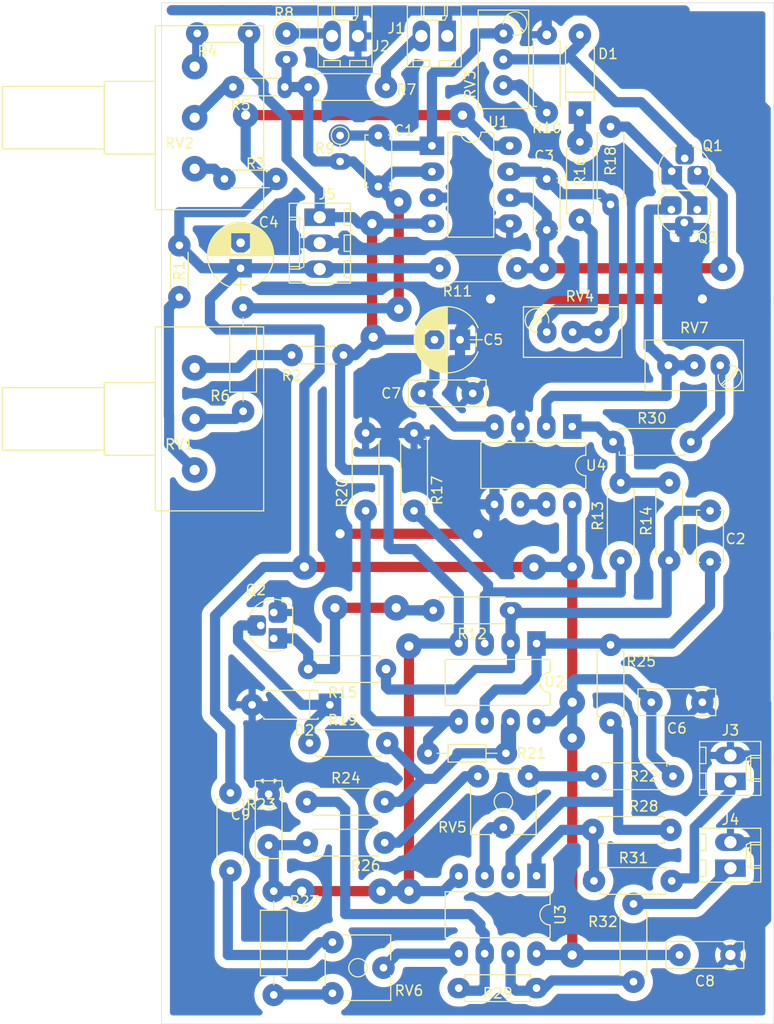
<source format=kicad_pcb>
(kicad_pcb (version 20171130) (host pcbnew "(5.1.6)-1")
  (layers (0 F.Cu signal) (31 B.Cu signal) (34 B.Paste user hide) (35 F.Paste user hide) (36 B.SilkS user hide) (37 F.SilkS user) (38 B.Mask user hide) (39 F.Mask user hide) (44 Edge.Cuts user))
  (net 0 "")
  (net 1 "Net-(C1-Pad1)")
  (net 2 "Net-(C1-Pad2)")
  (net 3 "Net-(C2-Pad1)")
  (net 4 "Net-(C2-Pad2)")
  (net 5 "Net-(C3-Pad1)")
  (net 6 "Net-(C3-Pad2)")
  (net 7 +12V)
  (net 8 GND)
  (net 9 -12V)
  (net 10 "Net-(D1-Pad1)")
  (net 11 "Net-(D1-Pad2)")
  (net 12 "Net-(D2-Pad1)")
  (net 13 "Net-(J1-Pad2)")
  (net 14 "Net-(J2-Pad2)")
  (net 15 "Net-(J3-Pad1)")
  (net 16 "Net-(J4-Pad1)")
  (net 17 "Net-(Q1-Pad1)")
  (net 18 "Net-(Q2-Pad1)")
  (net 19 CURRENT)
  (net 20 "Net-(R1-Pad2)")
  (net 21 "Net-(R2-Pad1)")
  (net 22 "Net-(R3-Pad2)")
  (net 23 "Net-(R4-Pad1)")
  (net 24 "Net-(R5-Pad1)")
  (net 25 "Net-(R6-Pad1)")
  (net 26 "Net-(R10-Pad1)")
  (net 27 OSC_V_IN)
  (net 28 "Net-(R13-Pad2)")
  (net 29 "Net-(R16-Pad1)")
  (net 30 "Net-(R19-Pad2)")
  (net 31 "Net-(R20-Pad1)")
  (net 32 "Net-(R22-Pad1)")
  (net 33 "Net-(R23-Pad1)")
  (net 34 "Net-(R24-Pad1)")
  (net 35 "Net-(R25-Pad1)")
  (net 36 "Net-(R26-Pad2)")
  (net 37 "Net-(R27-Pad2)")
  (net 38 "Net-(R28-Pad1)")
  (net 39 "Net-(R29-Pad1)")
  (net 40 "Net-(R30-Pad2)")
  (net 41 "Net-(RV5-Pad2)")
  (net 42 "Net-(RV6-Pad2)")
  (net 43 "Net-(U4-Pad6)")
  (module Resistors_ThroughHole:R_Axial_DIN0207_L6.3mm_D2.5mm_P10.16mm_Horizontal (layer F.Cu) (at 31.75 105 270)
    (fp_text reference R27 (at 1 -3 180) (layer F.SilkS))
    (fp_text value 22k)
    (pad 1 thru_hole circle (at 0 0 270) (size 2.2 2.2) (drill 0.75) (layers *.Cu *.Mask) (net 9 -12V))
    (pad 2 thru_hole oval (at 10.16 0 270) (size 2.2 2.2) (drill 0.75) (layers *.Cu *.Mask) (net 37 "Net-(R27-Pad2)"))
  )
  (module Resistors_ThroughHole:R_Axial_DIN0207_L6.3mm_D2.5mm_P10.16mm_Horizontal (layer F.Cu) (at 28.75 58 90)
    (fp_text reference R6 (at 1.5 -2.25 180) (layer F.SilkS))
    (fp_text value 1M)
    (pad 1 thru_hole circle (at 0 0 90) (size 2.2 2.2) (drill 0.75) (layers *.Cu *.Mask) (net 25 "Net-(R6-Pad1)"))
    (pad 2 thru_hole oval (at 10.16 0 90) (size 2.2 2.2) (drill 0.75) (layers *.Cu *.Mask) (net 2 "Net-(C1-Pad2)"))
  )
  (module Resistors_ThroughHole:R_Axial_DIN0207_L6.3mm_D2.5mm_P7.62mm_Horizontal (layer F.Cu) (at 63 99)
    (fp_text reference R28 (at 5 -2.31) (layer F.SilkS))
    (fp_text value 10k)
    (pad 1 thru_hole circle (at 0 0) (size 2.2 2.2) (drill 0.75) (layers *.Cu *.Mask) (net 38 "Net-(R28-Pad1)"))
    (pad 2 thru_hole oval (at 7.62 0) (size 2.2 2.2) (drill 0.75) (layers *.Cu *.Mask) (net 35 "Net-(R25-Pad1)"))
  )
  (module Resistors_ThroughHole:R_Axial_DIN0204_L3.6mm_D1.6mm_P7.62mm_Horizontal (layer F.Cu) (at 54.5 91.5 180)
    (fp_text reference R21 (at -2.5 0) (layer F.SilkS))
    (fp_text value 100k)
    (pad 1 thru_hole circle (at 0 0 180) (size 2.2 2.2) (drill 0.75) (layers *.Cu *.Mask) (net 30 "Net-(R19-Pad2)"))
    (pad 2 thru_hole oval (at 7.62 0 180) (size 2.2 2.2) (drill 0.75) (layers *.Cu *.Mask) (net 31 "Net-(R20-Pad1)"))
  )
  (module Capacitors_ThroughHole:CP_Radial_D6.3mm_P2.50mm (layer F.Cu) (at 28.5 44 90)
    (fp_text reference C4 (at 4.5 2.75 180) (layer F.SilkS))
    (fp_text value 100uFx25V)
    (pad 1 thru_hole rect (at 0 0 90) (size 1.8 2.2) (drill 0.75) (layers *.Cu *.Mask) (net 7 +12V))
    (pad 2 thru_hole circle (at 2.5 0 90) (size 2 2) (drill 0.85) (layers *.Cu *.Mask) (net 8 GND))
  )
  (module Capacitors_ThroughHole:CP_Radial_D6.3mm_P2.50mm (layer F.Cu) (at 50 51 180)
    (fp_text reference C5 (at -3.25 0) (layer F.SilkS))
    (fp_text value 100uFx25V)
    (pad 1 thru_hole rect (at 0 0 180) (size 2 2) (drill 0.75) (layers *.Cu *.Mask) (net 8 GND))
    (pad 2 thru_hole circle (at 2.5 0 180) (size 2 2) (drill 0.75) (layers *.Cu *.Mask) (net 9 -12V))
  )
  (module Resistors_ThroughHole:R_Axial_DIN0207_L6.3mm_D2.5mm_P7.62mm_Horizontal (layer F.Cu) (at 48 44)
    (fp_text reference R11 (at 1.75 2.25) (layer F.SilkS))
    (fp_text value 1M)
    (pad 1 thru_hole circle (at 0 0) (size 2.2 2.2) (drill 0.75) (layers *.Cu *.Mask) (net 7 +12V))
    (pad 2 thru_hole oval (at 7.62 0) (size 2.2 2.2) (drill 0.75) (layers *.Cu *.Mask) (net 6 "Net-(C3-Pad2)"))
  )
  (module Resistors_ThroughHole:R_Axial_DIN0207_L6.3mm_D2.5mm_P2.54mm_Vertical (layer F.Cu) (at 33 21 270)
    (fp_text reference R8 (at -2 0.25) (layer F.SilkS))
    (fp_text value "100k 1%")
    (pad 1 thru_hole circle (at 0 0 270) (size 2.2 2.2) (drill 0.75) (layers *.Cu *.Mask) (net 14 "Net-(J2-Pad2)"))
    (pad 2 thru_hole oval (at 2.54 0 270) (size 1.6 2.2) (drill 0.75) (layers *.Cu *.Mask) (net 2 "Net-(C1-Pad2)"))
  )
  (module Resistors_ThroughHole:R_Axial_DIN0204_L3.6mm_D1.6mm_P5.08mm_Horizontal (layer F.Cu) (at 27.75 26.25)
    (fp_text reference R5 (at 0.75 1.75) (layer F.SilkS))
    (fp_text value 100k)
    (pad 1 thru_hole circle (at 0 0) (size 2.2 2.2) (drill 0.75) (layers *.Cu *.Mask) (net 24 "Net-(R5-Pad1)"))
    (pad 2 thru_hole oval (at 5.08 0) (size 1.4 2.2) (drill 0.75) (layers *.Cu *.Mask) (net 2 "Net-(C1-Pad2)"))
  )
  (module Potentiometers:Potentiometer_Trimmer_ACP_CA6v_Horizontal (layer F.Cu) (at 37.5 115)
    (fp_text reference RV6 (at 7.5 -0.25) (layer F.SilkS))
    (fp_text value "TRIM 10k")
    (pad 3 thru_hole circle (at 0 -5) (size 2.2 2.2) (drill 0.75) (layers *.Cu *.Mask) (net 33 "Net-(R23-Pad1)"))
    (pad 2 thru_hole circle (at 5 -2.5) (size 2.2 2.2) (drill 0.75) (layers *.Cu *.Mask) (net 42 "Net-(RV6-Pad2)"))
    (pad 1 thru_hole circle (at 0 0) (size 2.2 2.2) (drill 0.75) (layers *.Cu *.Mask) (net 37 "Net-(R27-Pad2)"))
  )
  (module Potentiometers:Potentiometer_Trimmer_Bourns_3296W (layer F.Cu) (at 54.25 21 90)
    (fp_text reference RV3 (at -5 -3.25 90) (layer F.SilkS))
    (fp_text value "TRIM 100")
    (pad 1 thru_hole circle (at 0 0 90) (size 2 2) (drill 0.75) (layers *.Cu *.Mask) (net 1 "Net-(C1-Pad1)"))
    (pad 2 thru_hole circle (at -2.54 0 90) (size 2 2) (drill 0.75) (layers *.Cu *.Mask) (net 11 "Net-(D1-Pad2)"))
    (pad 3 thru_hole circle (at -5.08 0 90) (size 2 2) (drill 0.75) (layers *.Cu *.Mask) (net 26 "Net-(R10-Pad1)"))
  )
  (module Resistors_ThroughHole:R_Axial_DIN0204_L3.6mm_D1.6mm_P5.08mm_Horizontal (layer F.Cu) (at 33.5 52.5)
    (fp_text reference R2 (at 0 2) (layer F.SilkS))
    (fp_text value 220k)
    (pad 1 thru_hole circle (at 0 0) (size 2.2 2.2) (drill 0.75) (layers *.Cu *.Mask) (net 21 "Net-(R2-Pad1)"))
    (pad 2 thru_hole oval (at 5.08 0) (size 2.2 2.2) (drill 0.75) (layers *.Cu *.Mask) (net 9 -12V))
  )
  (module Resistors_ThroughHole:R_Axial_DIN0204_L3.6mm_D1.6mm_P5.08mm_Horizontal (layer F.Cu) (at 22.5 41.75 270)
    (fp_text reference R1 (at 2.5 0 90) (layer F.SilkS))
    (fp_text value 220k)
    (pad 1 thru_hole circle (at 0 0 270) (size 2.2 2.2) (drill 0.75) (layers *.Cu *.Mask) (net 7 +12V))
    (pad 2 thru_hole oval (at 5.08 0 270) (size 2.2 2.2) (drill 0.75) (layers *.Cu *.Mask) (net 20 "Net-(R1-Pad2)"))
  )
  (module Resistors_ThroughHole:R_Axial_DIN0204_L3.6mm_D1.6mm_P5.08mm_Horizontal (layer F.Cu) (at 24.25 21)
    (fp_text reference R4 (at 1 1.75) (layer F.SilkS))
    (fp_text value 10k)
    (pad 1 thru_hole circle (at 0 0) (size 2.2 2.2) (drill 0.75) (layers *.Cu *.Mask) (net 23 "Net-(R4-Pad1)"))
    (pad 2 thru_hole oval (at 5.08 0) (size 2.2 2.2) (drill 0.75) (layers *.Cu *.Mask) (net 9 -12V))
  )
  (module Resistors_ThroughHole:R_Axial_DIN0204_L3.6mm_D1.6mm_P5.08mm_Horizontal (layer F.Cu) (at 32 35.25 180)
    (fp_text reference R3 (at 2 1.5) (layer F.SilkS))
    (fp_text value 47k)
    (pad 1 thru_hole circle (at 0 0 180) (size 2.2 2.2) (drill 0.75) (layers *.Cu *.Mask) (net 7 +12V))
    (pad 2 thru_hole oval (at 5.08 0 180) (size 2.2 2.2) (drill 0.75) (layers *.Cu *.Mask) (net 22 "Net-(R3-Pad2)"))
  )
  (module Resistors_ThroughHole:R_Axial_DIN0204_L3.6mm_D1.6mm_P2.54mm_Vertical (layer F.Cu) (at 38.25 31 270)
    (fp_text reference R9 (at 1.25 1.5 180) (layer F.SilkS))
    (fp_text value 2k2)
    (pad 1 thru_hole circle (at 0 0 270) (size 2.2 2.2) (drill 0.75) (layers *.Cu *.Mask) (net 1 "Net-(C1-Pad1)"))
    (pad 2 thru_hole oval (at 2.54 0 270) (size 1.6 2.2) (drill 0.75) (layers *.Cu *.Mask) (net 2 "Net-(C1-Pad2)"))
  )
  (module Housings_DIP:DIP-8_W7.62mm_LongPads (layer F.Cu) (at 61 59.5 270)
    (fp_text reference U4 (at 3.81 -2.33 180) (layer F.SilkS))
    (fp_text value TL072)
    (pad 1 thru_hole rect (at 0 0 270) (size 2.4 1.8) (drill 0.75) (layers *.Cu *.Mask) (net 27 OSC_V_IN))
    (pad 5 thru_hole oval (at 7.62 7.62 270) (size 2.4 1.8) (drill 0.75) (layers *.Cu *.Mask) (net 8 GND))
    (pad 2 thru_hole oval (at 0 2.54 270) (size 2.4 1.8) (drill 0.75) (layers *.Cu *.Mask) (net 19 CURRENT))
    (pad 6 thru_hole oval (at 7.62 5.08 270) (size 2.4 1.8) (drill 0.75) (layers *.Cu *.Mask) (net 43 "Net-(U4-Pad6)"))
    (pad 3 thru_hole oval (at 0 5.08 270) (size 2.4 1.8) (drill 0.75) (layers *.Cu *.Mask) (net 8 GND))
    (pad 7 thru_hole oval (at 7.62 2.54 270) (size 2.4 1.8) (drill 0.75) (layers *.Cu *.Mask) (net 43 "Net-(U4-Pad6)"))
    (pad 4 thru_hole oval (at 0 7.62 270) (size 2.4 1.8) (drill 0.75) (layers *.Cu *.Mask) (net 9 -12V))
    (pad 8 thru_hole oval (at 7.62 0 270) (size 2.4 1.8) (drill 0.75) (layers *.Cu *.Mask) (net 7 +12V))
  )
  (module Housings_DIP:DIP-8_W7.62mm_LongPads (layer F.Cu) (at 57.5 103.5 270)
    (fp_text reference U3 (at 3.81 -2.33 90) (layer F.SilkS))
    (fp_text value TL072)
    (pad 1 thru_hole rect (at 0 0 270) (size 2.4 1.8) (drill 0.75) (layers *.Cu *.Mask) (net 38 "Net-(R28-Pad1)"))
    (pad 5 thru_hole oval (at 7.62 7.62 270) (size 2.4 1.8) (drill 0.75) (layers *.Cu *.Mask) (net 42 "Net-(RV6-Pad2)"))
    (pad 2 thru_hole oval (at 0 2.54 270) (size 2.4 1.8) (drill 0.75) (layers *.Cu *.Mask) (net 35 "Net-(R25-Pad1)"))
    (pad 6 thru_hole oval (at 7.62 5.08 270) (size 2.4 1.8) (drill 0.75) (layers *.Cu *.Mask) (net 34 "Net-(R24-Pad1)"))
    (pad 3 thru_hole oval (at 0 5.08 270) (size 2.4 1.8) (drill 0.75) (layers *.Cu *.Mask) (net 41 "Net-(RV5-Pad2)"))
    (pad 7 thru_hole oval (at 7.62 2.54 270) (size 2.4 1.8) (drill 0.75) (layers *.Cu *.Mask) (net 39 "Net-(R29-Pad1)"))
    (pad 4 thru_hole oval (at 0 7.62 270) (size 2.4 1.8) (drill 0.75) (layers *.Cu *.Mask) (net 9 -12V))
    (pad 8 thru_hole oval (at 7.62 0 270) (size 2.4 1.8) (drill 0.75) (layers *.Cu *.Mask) (net 7 +12V))
  )
  (module Housings_DIP:DIP-8_W7.62mm_LongPads (layer F.Cu) (at 57.5 80.75 270)
    (fp_text reference U2 (at 3.75 -1.75 180) (layer F.SilkS))
    (fp_text value TL072)
    (pad 1 thru_hole rect (at 0 0 270) (size 2.4 1.8) (drill 0.75) (layers *.Cu *.Mask) (net 3 "Net-(C2-Pad1)"))
    (pad 5 thru_hole oval (at 7.62 7.62 270) (size 2.4 1.8) (drill 0.75) (layers *.Cu *.Mask) (net 31 "Net-(R20-Pad1)"))
    (pad 2 thru_hole oval (at 0 2.54 270) (size 2.4 1.8) (drill 0.75) (layers *.Cu *.Mask) (net 4 "Net-(C2-Pad2)"))
    (pad 6 thru_hole oval (at 7.62 5.08 270) (size 2.4 1.8) (drill 0.75) (layers *.Cu *.Mask) (net 3 "Net-(C2-Pad1)"))
    (pad 3 thru_hole oval (at 0 5.08 270) (size 2.4 1.8) (drill 0.75) (layers *.Cu *.Mask) (net 28 "Net-(R13-Pad2)"))
    (pad 7 thru_hole oval (at 7.62 2.54 270) (size 2.4 1.8) (drill 0.75) (layers *.Cu *.Mask) (net 30 "Net-(R19-Pad2)"))
    (pad 4 thru_hole oval (at 0 7.62 270) (size 2.4 1.8) (drill 0.75) (layers *.Cu *.Mask) (net 9 -12V))
    (pad 8 thru_hole oval (at 7.62 0 270) (size 2.4 1.8) (drill 0.75) (layers *.Cu *.Mask) (net 7 +12V))
  )
  (module Housings_DIP:DIP-8_W7.62mm_LongPads (layer F.Cu) (at 47.25 32)
    (fp_text reference U1 (at 6.5 -2.33) (layer F.SilkS))
    (fp_text value TL072)
    (pad 1 thru_hole rect (at 0 0) (size 2.4 1.8) (drill 0.75) (layers *.Cu *.Mask) (net 1 "Net-(C1-Pad1)"))
    (pad 5 thru_hole oval (at 7.62 7.62) (size 2.4 1.8) (drill 0.75) (layers *.Cu *.Mask) (net 8 GND))
    (pad 2 thru_hole oval (at 0 2.54) (size 2.4 1.8) (drill 0.75) (layers *.Cu *.Mask) (net 2 "Net-(C1-Pad2)"))
    (pad 6 thru_hole oval (at 7.62 5.08) (size 2.4 1.8) (drill 0.75) (layers *.Cu *.Mask) (net 6 "Net-(C3-Pad2)"))
    (pad 3 thru_hole oval (at 0 5.08) (size 2.4 1.8) (drill 0.75) (layers *.Cu *.Mask) (net 8 GND))
    (pad 7 thru_hole oval (at 7.62 2.54) (size 2.4 1.8) (drill 0.75) (layers *.Cu *.Mask) (net 5 "Net-(C3-Pad1)"))
    (pad 4 thru_hole oval (at 0 7.62) (size 2.4 1.8) (drill 0.75) (layers *.Cu *.Mask) (net 9 -12V))
    (pad 8 thru_hole oval (at 7.62 0) (size 2.4 1.8) (drill 0.75) (layers *.Cu *.Mask) (net 7 +12V))
  )
  (module Potentiometers:Potentiometer_Trimmer_Bourns_3296W (layer F.Cu) (at 75.5 53.5)
    (fp_text reference RV7 (at -2.54 -3.66) (layer F.SilkS))
    (fp_text value "TRIM 10k  25T")
    (pad 1 thru_hole oval (at 0 0) (size 1.9 2.2) (drill 0.75) (layers *.Cu *.Mask) (net 40 "Net-(R30-Pad2)"))
    (pad 2 thru_hole circle (at -2.54 0) (size 2.2 2.2) (drill 0.75) (layers *.Cu *.Mask) (net 19 CURRENT))
    (pad 3 thru_hole circle (at -5.08 0) (size 2.2 2.2) (drill 0.75) (layers *.Cu *.Mask) (net 19 CURRENT))
  )
  (module Potentiometers:Potentiometer_Trimmer_ACP_CA6v_Horizontal (layer F.Cu) (at 51.75 93.75 270)
    (fp_text reference RV5 (at 5 2.5 180) (layer F.SilkS))
    (fp_text value "TRIM 10k")
    (pad 3 thru_hole circle (at 0 -5 270) (size 2.2 2.2) (drill 0.75) (layers *.Cu *.Mask) (net 32 "Net-(R22-Pad1)"))
    (pad 2 thru_hole circle (at 5 -2.5 270) (size 2.2 2.2) (drill 0.75) (layers *.Cu *.Mask) (net 41 "Net-(RV5-Pad2)"))
    (pad 1 thru_hole circle (at 0 0 270) (size 2.2 2.2) (drill 0.75) (layers *.Cu *.Mask) (net 36 "Net-(R26-Pad2)"))
  )
  (module Potentiometers:Potentiometer_Trimmer_Bourns_3296W (layer F.Cu) (at 58.5 50.25 180)
    (fp_text reference RV4 (at -3.25 3.5) (layer F.SilkS))
    (fp_text value "TRIM 100k 25T")
    (pad 1 thru_hole oval (at 0 0 180) (size 1.9 2.2) (drill 0.75) (layers *.Cu *.Mask) (net 29 "Net-(R16-Pad1)"))
    (pad 2 thru_hole circle (at -2.54 0 180) (size 2.2 2.2) (drill 0.75) (layers *.Cu *.Mask) (net 5 "Net-(C3-Pad1)"))
    (pad 3 thru_hole circle (at -5.08 0 180) (size 2.2 2.2) (drill 0.75) (layers *.Cu *.Mask) (net 5 "Net-(C3-Pad1)"))
  )
  (module Potentiometers:Potentiometer_Alps_RK163_Single_Vertical (layer F.Cu) (at 24 24.25 180)
    (fp_text reference RV2 (at 1.5 -7.5) (layer F.SilkS))
    (fp_text value 100kB)
    (pad 3 thru_hole circle (at 0 -10 180) (size 2.5 2.5) (drill 1) (layers *.Cu *.Mask) (net 22 "Net-(R3-Pad2)"))
    (pad 2 thru_hole circle (at 0 -5 180) (size 2.5 2.5) (drill 1) (layers *.Cu *.Mask) (net 24 "Net-(R5-Pad1)"))
    (pad 1 thru_hole circle (at 0 0 180) (size 2.5 2.5) (drill 1) (layers *.Cu *.Mask) (net 23 "Net-(R4-Pad1)"))
  )
  (module Potentiometers:Potentiometer_Alps_RK163_Single_Vertical (layer F.Cu) (at 24 53.75 180)
    (fp_text reference RV1 (at 1.5 -7.5) (layer F.SilkS))
    (fp_text value 100kB)
    (pad 3 thru_hole circle (at 0 -10 180) (size 2.5 2.5) (drill 1) (layers *.Cu *.Mask) (net 20 "Net-(R1-Pad2)"))
    (pad 2 thru_hole circle (at 0 -5 180) (size 2.5 2.5) (drill 1) (layers *.Cu *.Mask) (net 25 "Net-(R6-Pad1)"))
    (pad 1 thru_hole circle (at 0 0 180) (size 2.5 2.5) (drill 1) (layers *.Cu *.Mask) (net 21 "Net-(R2-Pad1)"))
  )
  (module Resistors_ThroughHole:R_Axial_DIN0207_L6.3mm_D2.5mm_P7.62mm_Horizontal (layer F.Cu) (at 67 106.25 270)
    (fp_text reference R32 (at 1.75 3 180) (layer F.SilkS))
    (fp_text value 1k)
    (pad 1 thru_hole circle (at 0 0 270) (size 2.2 2.2) (drill 0.75) (layers *.Cu *.Mask) (net 16 "Net-(J4-Pad1)"))
    (pad 2 thru_hole oval (at 7.62 0 270) (size 2.2 2.2) (drill 0.75) (layers *.Cu *.Mask) (net 39 "Net-(R29-Pad1)"))
  )
  (module Resistors_ThroughHole:R_Axial_DIN0207_L6.3mm_D2.5mm_P7.62mm_Horizontal (layer F.Cu) (at 70.75 104 180)
    (fp_text reference R31 (at 3.75 2.25) (layer F.SilkS))
    (fp_text value 1k)
    (pad 1 thru_hole circle (at 0 0 180) (size 2.2 2.2) (drill 0.75) (layers *.Cu *.Mask) (net 15 "Net-(J3-Pad1)"))
    (pad 2 thru_hole oval (at 7.62 0 180) (size 2.2 2.2) (drill 0.75) (layers *.Cu *.Mask) (net 38 "Net-(R28-Pad1)"))
  )
  (module Resistors_ThroughHole:R_Axial_DIN0207_L6.3mm_D2.5mm_P7.62mm_Horizontal (layer F.Cu) (at 65 61)
    (fp_text reference R30 (at 3.81 -2.31) (layer F.SilkS))
    (fp_text value 22k)
    (pad 1 thru_hole circle (at 0 0) (size 2.2 2.2) (drill 0.75) (layers *.Cu *.Mask) (net 27 OSC_V_IN))
    (pad 2 thru_hole oval (at 7.62 0) (size 2.2 2.2) (drill 0.75) (layers *.Cu *.Mask) (net 40 "Net-(R30-Pad2)"))
  )
  (module Resistors_ThroughHole:R_Axial_DIN0207_L6.3mm_D2.5mm_P7.62mm_Horizontal (layer F.Cu) (at 57.5 114.5 180)
    (fp_text reference R29 (at 3.81 -0.5) (layer F.SilkS))
    (fp_text value 4.7k)
    (pad 1 thru_hole oval (at 0 0 180) (size 2.2 2) (drill 0.75) (layers *.Cu *.Mask) (net 39 "Net-(R29-Pad1)"))
    (pad 2 thru_hole oval (at 7.62 0 180) (size 2.2 2) (drill 0.75) (layers *.Cu *.Mask) (net 34 "Net-(R24-Pad1)"))
  )
  (module Resistors_ThroughHole:R_Axial_DIN0207_L6.3mm_D2.5mm_P7.62mm_Horizontal (layer F.Cu) (at 35 100.25)
    (fp_text reference R26 (at 5.75 2.25) (layer F.SilkS))
    (fp_text value 47k)
    (pad 1 thru_hole circle (at 0 0) (size 2.2 2.2) (drill 0.75) (layers *.Cu *.Mask) (net 9 -12V))
    (pad 2 thru_hole oval (at 7.62 0) (size 2.2 2.2) (drill 0.75) (layers *.Cu *.Mask) (net 36 "Net-(R26-Pad2)"))
  )
  (module Resistors_ThroughHole:R_Axial_DIN0207_L6.3mm_D2.5mm_P7.62mm_Horizontal (layer F.Cu) (at 64.75 88.5 90)
    (fp_text reference R25 (at 6 3 180) (layer F.SilkS))
    (fp_text value 10k)
    (pad 1 thru_hole circle (at 0 0 90) (size 2.2 2.2) (drill 0.75) (layers *.Cu *.Mask) (net 35 "Net-(R25-Pad1)"))
    (pad 2 thru_hole oval (at 7.62 0 90) (size 2.2 2.2) (drill 0.75) (layers *.Cu *.Mask) (net 3 "Net-(C2-Pad1)"))
  )
  (module Resistors_ThroughHole:R_Axial_DIN0207_L6.3mm_D2.5mm_P7.62mm_Horizontal (layer F.Cu) (at 35 96.25)
    (fp_text reference R24 (at 3.81 -2.31) (layer F.SilkS))
    (fp_text value 10k)
    (pad 1 thru_hole circle (at 0 0) (size 2.2 2.2) (drill 0.75) (layers *.Cu *.Mask) (net 34 "Net-(R24-Pad1)"))
    (pad 2 thru_hole oval (at 7.62 0) (size 2.2 2.2) (drill 0.75) (layers *.Cu *.Mask) (net 30 "Net-(R19-Pad2)"))
  )
  (module Resistors_ThroughHole:R_Axial_DIN0207_L6.3mm_D2.5mm_P7.62mm_Horizontal (layer F.Cu) (at 27.5 103 90)
    (fp_text reference R23 (at 6.5 3 180) (layer F.SilkS))
    (fp_text value 22k)
    (pad 1 thru_hole circle (at 0 0 90) (size 2.2 2.2) (drill 0.75) (layers *.Cu *.Mask) (net 33 "Net-(R23-Pad1)"))
    (pad 2 thru_hole oval (at 7.62 0 90) (size 2.2 2.2) (drill 0.75) (layers *.Cu *.Mask) (net 7 +12V))
  )
  (module Resistors_ThroughHole:R_Axial_DIN0207_L6.3mm_D2.5mm_P7.62mm_Horizontal (layer F.Cu) (at 63.25 93.75)
    (fp_text reference R22 (at 4.75 0) (layer F.SilkS))
    (fp_text value 47k)
    (pad 1 thru_hole circle (at 0 0) (size 2.2 2.2) (drill 0.75) (layers *.Cu *.Mask) (net 32 "Net-(R22-Pad1)"))
    (pad 2 thru_hole oval (at 7.62 0) (size 2.2 2.2) (drill 0.75) (layers *.Cu *.Mask) (net 7 +12V))
  )
  (module Resistors_ThroughHole:R_Axial_DIN0207_L6.3mm_D2.5mm_P7.62mm_Horizontal (layer F.Cu) (at 40.75 67.75 90)
    (fp_text reference R20 (at 1.75 -2.31 90) (layer F.SilkS))
    (fp_text value 82k)
    (pad 1 thru_hole circle (at 0 0 90) (size 2.2 2.2) (drill 0.75) (layers *.Cu *.Mask) (net 31 "Net-(R20-Pad1)"))
    (pad 2 thru_hole oval (at 7.62 0 90) (size 2.2 2.2) (drill 0.75) (layers *.Cu *.Mask) (net 8 GND))
  )
  (module Resistors_ThroughHole:R_Axial_DIN0207_L6.3mm_D2.5mm_P7.62mm_Horizontal (layer F.Cu) (at 35.25 90.5)
    (fp_text reference R19 (at 3.25 -2.25) (layer F.SilkS))
    (fp_text value 10k)
    (pad 1 thru_hole circle (at 0 0) (size 2.2 2.2) (drill 0.75) (layers *.Cu *.Mask) (net 12 "Net-(D2-Pad1)"))
    (pad 2 thru_hole oval (at 7.62 0) (size 2.2 2.2) (drill 0.75) (layers *.Cu *.Mask) (net 30 "Net-(R19-Pad2)"))
  )
  (module Resistors_ThroughHole:R_Axial_DIN0207_L6.3mm_D2.5mm_P7.62mm_Horizontal (layer F.Cu) (at 64.75 37.75 90)
    (fp_text reference R18 (at 4.25 0 90) (layer F.SilkS))
    (fp_text value 1k)
    (pad 1 thru_hole oval (at 0 0 90) (size 2.2 1.6) (drill 0.75) (layers *.Cu *.Mask) (net 5 "Net-(C3-Pad1)"))
    (pad 2 thru_hole oval (at 7.62 0 90) (size 2.2 2.2) (drill 0.75) (layers *.Cu *.Mask) (net 17 "Net-(Q1-Pad1)"))
  )
  (module Resistors_ThroughHole:R_Axial_DIN0207_L6.3mm_D2.5mm_P7.62mm_Horizontal (layer F.Cu) (at 45.5 67.75 90)
    (fp_text reference R17 (at 2 2.25 90) (layer F.SilkS))
    (fp_text value 10k)
    (pad 1 thru_hole circle (at 0 0 90) (size 2.2 2.2) (drill 0.75) (layers *.Cu *.Mask) (net 28 "Net-(R13-Pad2)"))
    (pad 2 thru_hole oval (at 7.62 0 90) (size 2.2 2.2) (drill 0.75) (layers *.Cu *.Mask) (net 8 GND))
  )
  (module Resistors_ThroughHole:R_Axial_DIN0207_L6.3mm_D2.5mm_P7.62mm_Horizontal (layer F.Cu) (at 61.75 39.25 90)
    (fp_text reference R16 (at 4.75 0 90) (layer F.SilkS))
    (fp_text value 4.7k)
    (pad 1 thru_hole circle (at 0 0 90) (size 2.2 2.2) (drill 0.75) (layers *.Cu *.Mask) (net 29 "Net-(R16-Pad1)"))
    (pad 2 thru_hole oval (at 7.62 0 90) (size 2.5 2.5) (drill 0.75) (layers *.Cu *.Mask) (net 10 "Net-(D1-Pad1)"))
  )
  (module Resistors_ThroughHole:R_Axial_DIN0207_L6.3mm_D2.5mm_P7.62mm_Horizontal (layer F.Cu) (at 42.75 83.25 180)
    (fp_text reference R15 (at 4.25 -2.31) (layer F.SilkS))
    (fp_text value "10k 1%")
    (pad 1 thru_hole circle (at 0 0 180) (size 2 2) (drill 0.85) (layers *.Cu *.Mask) (net 4 "Net-(C2-Pad2)"))
    (pad 2 thru_hole oval (at 7.62 0 180) (size 2 2) (drill 0.85) (layers *.Cu *.Mask) (net 18 "Net-(Q2-Pad1)"))
  )
  (module Resistors_ThroughHole:R_Axial_DIN0207_L6.3mm_D2.5mm_P7.62mm_Horizontal (layer F.Cu) (at 70.5 65 270)
    (fp_text reference R14 (at 3.75 2.25 270) (layer F.SilkS))
    (fp_text value "10k 1%")
    (pad 1 thru_hole circle (at 0 0 270) (size 2.2 2.2) (drill 0.75) (layers *.Cu *.Mask) (net 27 OSC_V_IN))
    (pad 2 thru_hole oval (at 7.62 0 270) (size 2.2 2.2) (drill 0.75) (layers *.Cu *.Mask) (net 4 "Net-(C2-Pad2)"))
  )
  (module Resistors_ThroughHole:R_Axial_DIN0207_L6.3mm_D2.5mm_P7.62mm_Horizontal (layer F.Cu) (at 65.75 65 270)
    (fp_text reference R13 (at 3.25 2.25 90) (layer F.SilkS))
    (fp_text value 10k)
    (pad 1 thru_hole circle (at 0 0 270) (size 2.2 2.2) (drill 0.75) (layers *.Cu *.Mask) (net 27 OSC_V_IN))
    (pad 2 thru_hole oval (at 7.62 0 270) (size 2.2 2.2) (drill 0.75) (layers *.Cu *.Mask) (net 28 "Net-(R13-Pad2)"))
  )
  (module Resistors_ThroughHole:R_Axial_DIN0207_L6.3mm_D2.5mm_P7.62mm_Horizontal (layer F.Cu) (at 55 77.5 180)
    (fp_text reference R12 (at 3.81 -2.31) (layer F.SilkS))
    (fp_text value "10k 1%")
    (pad 1 thru_hole oval (at 0 0 180) (size 2.2 1.6) (drill 0.75) (layers *.Cu *.Mask) (net 4 "Net-(C2-Pad2)"))
    (pad 2 thru_hole oval (at 7.62 0 180) (size 2.2 2.2) (drill 0.75) (layers *.Cu *.Mask) (net 18 "Net-(Q2-Pad1)"))
  )
  (module Resistors_ThroughHole:R_Axial_DIN0207_L6.3mm_D2.5mm_P7.62mm_Horizontal (layer F.Cu) (at 58.5 28.75 90)
    (fp_text reference R10 (at -1.5 0 180) (layer F.SilkS))
    (fp_text value 470)
    (pad 1 thru_hole circle (at 0 0 90) (size 2.2 2.2) (drill 0.75) (layers *.Cu *.Mask) (net 26 "Net-(R10-Pad1)"))
    (pad 2 thru_hole oval (at 7.62 0 90) (size 2 2) (drill 0.85) (layers *.Cu *.Mask) (net 8 GND))
  )
  (module Resistors_ThroughHole:R_Axial_DIN0207_L6.3mm_D2.5mm_P7.62mm_Horizontal (layer F.Cu) (at 42.75 26.25 180)
    (fp_text reference R7 (at -2 -0.25) (layer F.SilkS))
    (fp_text value "100k 1%")
    (pad 1 thru_hole circle (at 0 0 180) (size 2.2 2.2) (drill 0.75) (layers *.Cu *.Mask) (net 13 "Net-(J1-Pad2)"))
    (pad 2 thru_hole oval (at 7.62 0 180) (size 2.2 2.2) (drill 0.75) (layers *.Cu *.Mask) (net 2 "Net-(C1-Pad2)"))
  )
  (module Package_TO_SOT_THT:TO-92L_HandSolder (layer F.Cu) (at 73.25 38.25 180)
    (fp_text reference Q3 (at -1 -2.75) (layer F.SilkS))
    (fp_text value 2N3904)
    (pad 1 thru_hole rect (at 0 0 180) (size 2 1.8) (drill 0.75 (offset 0 0.4)) (layers *.Cu *.Mask) (net 17 "Net-(Q1-Pad1)"))
    (pad 3 thru_hole roundrect (at 2.54 0 180) (size 2 1.8) (drill 0.75 (offset 0 0.4)) (layers *.Cu *.Mask) (net 19 CURRENT))
    (pad 2 thru_hole roundrect (at 1.27 -1.27 180) (size 1.8 2) (drill 0.75 (offset 0 -0.4)) (layers *.Cu *.Mask) (net 8 GND))
  )
  (module Package_TO_SOT_THT:TO-92L_HandSolder (layer F.Cu) (at 31.75 80.25 90)
    (fp_text reference Q2 (at 4.75 -1.75 180) (layer F.SilkS))
    (fp_text value BC547)
    (pad 1 thru_hole rect (at 0 0 90) (size 2 1.8) (drill 0.75 (offset 0 0.4)) (layers *.Cu *.Mask) (net 18 "Net-(Q2-Pad1)"))
    (pad 3 thru_hole roundrect (at 2.54 0 90) (size 2 1.8) (drill 0.75 (offset 0 0.4)) (layers *.Cu *.Mask) (net 8 GND))
    (pad 2 thru_hole roundrect (at 1.27 -1.27 90) (size 2 1.8) (drill 0.75 (offset 0 -0.4)) (layers *.Cu *.Mask) (net 12 "Net-(D2-Pad1)"))
  )
  (module Package_TO_SOT_THT:TO-92L_HandSolder (layer F.Cu) (at 70.75 34.5)
    (fp_text reference Q1 (at 4 -2.5) (layer F.SilkS))
    (fp_text value 2N3904)
    (pad 1 thru_hole rect (at 0 0) (size 2 1.8) (drill 0.75 (offset 0 0.4)) (layers *.Cu *.Mask) (net 17 "Net-(Q1-Pad1)"))
    (pad 3 thru_hole roundrect (at 2.54 0) (size 2 1.8) (drill 0.75 (offset 0 0.4)) (layers *.Cu *.Mask) (net 6 "Net-(C3-Pad2)"))
    (pad 2 thru_hole roundrect (at 1.27 -1.27) (size 1.8 2) (drill 0.75 (offset 0 -0.4)) (layers *.Cu *.Mask) (net 11 "Net-(D1-Pad2)"))
  )
  (module Connectors_Molex:Molex_KK-6410-03_03x2.54mm_Straight (layer F.Cu) (at 36.25 39 270)
    (fp_text reference J5 (at -2.25 -0.75 180) (layer F.SilkS))
    (fp_text value POWER)
    (pad 1 thru_hole rect (at 0 0 270) (size 1.7 3) (drill 1.2) (layers *.Cu *.Mask) (net 9 -12V))
    (pad 2 thru_hole oval (at 2.54 0 270) (size 1.7 3) (drill 1.2) (layers *.Cu *.Mask) (net 8 GND))
    (pad 3 thru_hole oval (at 5.08 0 270) (size 1.7 3) (drill 1.2) (layers *.Cu *.Mask) (net 7 +12V))
  )
  (module Connectors_Molex:Molex_KK-6410-02_02x2.54mm_Straight (layer F.Cu) (at 76.5 102.75 90)
    (fp_text reference J4 (at 4.75 0 180) (layer F.SilkS))
    (fp_text value "Square Output")
    (pad 1 thru_hole rect (at 0 0 90) (size 1.7 3) (drill 1.2) (layers *.Cu *.Mask) (net 16 "Net-(J4-Pad1)"))
    (pad 2 thru_hole oval (at 2.54 0 90) (size 1.7 3) (drill 1.2) (layers *.Cu *.Mask) (net 8 GND))
  )
  (module Connectors_Molex:Molex_KK-6410-02_02x2.54mm_Straight (layer F.Cu) (at 76.5 94.25 90)
    (fp_text reference J3 (at 5 0 180) (layer F.SilkS))
    (fp_text value "Triangle Output")
    (pad 1 thru_hole rect (at 0 0 90) (size 1.7 3) (drill 1.2) (layers *.Cu *.Mask) (net 15 "Net-(J3-Pad1)"))
    (pad 2 thru_hole oval (at 2.54 0 90) (size 1.7 3) (drill 1.2) (layers *.Cu *.Mask) (net 8 GND))
  )
  (module Connectors_Molex:Molex_KK-6410-02_02x2.54mm_Straight (layer F.Cu) (at 40 21.25 180)
    (fp_text reference J2 (at -2.25 -1) (layer F.SilkS))
    (fp_text value CV2)
    (pad 1 thru_hole rect (at 0 0 180) (size 1.7 3) (drill 1.2) (layers *.Cu *.Mask) (net 8 GND))
    (pad 2 thru_hole oval (at 2.54 0 180) (size 1.7 3) (drill 1.2) (layers *.Cu *.Mask) (net 14 "Net-(J2-Pad2)"))
  )
  (module Connectors_Molex:Molex_KK-6410-02_02x2.54mm_Straight (layer F.Cu) (at 48.75 21.25 180)
    (fp_text reference J1 (at 5 0.75) (layer F.SilkS))
    (fp_text value CV1)
    (pad 1 thru_hole rect (at 0 0 180) (size 1.7 3) (drill 1.2) (layers *.Cu *.Mask) (net 8 GND))
    (pad 2 thru_hole oval (at 2.54 0 180) (size 1.7 3) (drill 1.2) (layers *.Cu *.Mask) (net 13 "Net-(J1-Pad2)"))
  )
  (module Diodes_ThroughHole:D_DO-41_SOD81_P7.62mm_Horizontal (layer F.Cu) (at 37.25 86.75 180)
    (fp_text reference D2 (at 2.5 -2.5) (layer F.SilkS))
    (fp_text value 1N4148)
    (pad 1 thru_hole rect (at 0 0 180) (size 2.2 2.2) (drill 0.75) (layers *.Cu *.Mask) (net 12 "Net-(D2-Pad1)"))
    (pad 2 thru_hole oval (at 7.62 0 180) (size 2.2 2.2) (drill 0.75) (layers *.Cu *.Mask) (net 8 GND))
  )
  (module Diodes_ThroughHole:D_DO-41_SOD81_P7.62mm_Horizontal (layer F.Cu) (at 61.75 28.75 90)
    (fp_text reference D1 (at 5.75 2.75 180) (layer F.SilkS))
    (fp_text value 1N4148)
    (pad 1 thru_hole rect (at 0 0 90) (size 2.2 2.2) (drill 0.75) (layers *.Cu *.Mask) (net 10 "Net-(D1-Pad1)"))
    (pad 2 thru_hole oval (at 7.62 0 90) (size 2.2 2.2) (drill 0.75) (layers *.Cu *.Mask) (net 11 "Net-(D1-Pad2)"))
  )
  (module Capacitors_ThroughHole:C_Disc_D7.5mm_W2.5mm_P5.00mm (layer F.Cu) (at 31.25 100.5 90)
    (fp_text reference C9 (at 3 -2.75 180) (layer F.SilkS))
    (fp_text value 100nF)
    (pad 1 thru_hole circle (at 0 0 90) (size 2.2 2.2) (drill 0.75) (layers *.Cu *.Mask) (net 9 -12V))
    (pad 2 thru_hole circle (at 5 0 90) (size 2.2 2.2) (drill 0.75) (layers *.Cu *.Mask) (net 8 GND))
  )
  (module Capacitors_ThroughHole:C_Disc_D7.5mm_W2.5mm_P5.00mm (layer F.Cu) (at 76.5 111.25 180)
    (fp_text reference C8 (at 2.5 -2.56) (layer F.SilkS))
    (fp_text value 100nF)
    (pad 1 thru_hole circle (at 0 0 180) (size 2 2) (drill 1) (layers *.Cu *.Mask) (net 8 GND))
    (pad 2 thru_hole circle (at 5 0 180) (size 2.2 2.2) (drill 0.75) (layers *.Cu *.Mask) (net 7 +12V))
  )
  (module Capacitors_ThroughHole:C_Disc_D7.5mm_W2.5mm_P5.00mm (layer F.Cu) (at 46.25 56.25)
    (fp_text reference C7 (at -3 0) (layer F.SilkS))
    (fp_text value 100nF)
    (pad 1 thru_hole circle (at 0 0) (size 2.2 2.2) (drill 0.75) (layers *.Cu *.Mask) (net 9 -12V))
    (pad 2 thru_hole circle (at 5 0) (size 2.2 2.2) (drill 0.75) (layers *.Cu *.Mask) (net 8 GND))
  )
  (module Capacitors_ThroughHole:C_Disc_D7.5mm_W2.5mm_P5.00mm (layer F.Cu) (at 73.75 86.5 180)
    (fp_text reference C6 (at 2.5 -2.56) (layer F.SilkS))
    (fp_text value 100nF)
    (pad 1 thru_hole circle (at 0 0 180) (size 2.2 2.2) (drill 0.75) (layers *.Cu *.Mask) (net 8 GND))
    (pad 2 thru_hole circle (at 5 0 180) (size 2.2 2.2) (drill 0.75) (layers *.Cu *.Mask) (net 7 +12V))
  )
  (module Capacitors_ThroughHole:C_Disc_D5.0mm_W2.5mm_P5.00mm (layer F.Cu) (at 58.5 35.25 270)
    (fp_text reference C3 (at -2.25 0.25 180) (layer F.SilkS))
    (fp_text value 1nF)
    (pad 1 thru_hole circle (at 0 0 270) (size 2.2 2.2) (drill 0.75) (layers *.Cu *.Mask) (net 5 "Net-(C3-Pad1)"))
    (pad 2 thru_hole circle (at 5 0 270) (size 2.2 2.2) (drill 0.75) (layers *.Cu *.Mask) (net 6 "Net-(C3-Pad2)"))
  )
  (module Capacitors_ThroughHole:C_Disc_D5.0mm_W2.5mm_P5.00mm (layer F.Cu) (at 74.5 72.75 90)
    (fp_text reference C2 (at 2.25 2.5 180) (layer F.SilkS))
    (fp_text value "6.8nF Polyester")
    (pad 1 thru_hole circle (at 0 0 90) (size 2.2 2.2) (drill 0.75) (layers *.Cu *.Mask) (net 3 "Net-(C2-Pad1)"))
    (pad 2 thru_hole circle (at 5 0 90) (size 2.2 2.2) (drill 0.75) (layers *.Cu *.Mask) (net 4 "Net-(C2-Pad2)"))
  )
  (module Capacitors_ThroughHole:C_Disc_D5.0mm_W2.5mm_P5.00mm (layer F.Cu) (at 42 31 270)
    (fp_text reference C1 (at -0.5 -2.5 180) (layer F.SilkS))
    (fp_text value 100pF)
    (pad 1 thru_hole circle (at 0 0 270) (size 2.2 2.2) (drill 0.75) (layers *.Cu *.Mask) (net 1 "Net-(C1-Pad1)"))
    (pad 2 thru_hole circle (at 5 0 270) (size 2.2 2.2) (drill 0.75) (layers *.Cu *.Mask) (net 2 "Net-(C1-Pad2)"))
  )
  (gr_line (start 20.75 118) (end 20.75 18) (layer Edge.Cuts) (width 0.05))
  (gr_line (start 80.75 118) (end 20.75 118) (layer Edge.Cuts) (width 0.05))
  (gr_line (start 80.75 18) (end 80.75 118) (layer Edge.Cuts) (width 0.05))
  (gr_line (start 20.75 18) (end 80.75 18) (layer Edge.Cuts) (width 0.05))
  (segment (start 54.25 21) (end 51.5 21) (width 1) (layer B.Cu) (net 1))
  (segment (start 51.5 21) (end 51.5 22.5) (width 1) (layer B.Cu) (net 1))
  (segment (start 51.5 22.5) (end 49.25 24.75) (width 1) (layer B.Cu) (net 1))
  (segment (start 49.25 24.75) (end 47.5 24.75) (width 1) (layer B.Cu) (net 1))
  (segment (start 47.25 25) (end 47.25 32) (width 1) (layer B.Cu) (net 1))
  (segment (start 47.5 24.75) (end 47.25 25) (width 1) (layer B.Cu) (net 1))
  (segment (start 43 32) (end 42 31) (width 1) (layer B.Cu) (net 1))
  (segment (start 47.25 32) (end 43 32) (width 1) (layer B.Cu) (net 1))
  (segment (start 42 31) (end 38.25 31) (width 1) (layer B.Cu) (net 1))
  (via (at 44 37.5) (size 2.5) (drill 0.9) (layers F.Cu B.Cu) (net 2))
  (segment (start 33 26.08) (end 32.83 26.25) (width 1) (layer B.Cu) (net 2))
  (segment (start 33 23.54) (end 33 26.08) (width 1) (layer B.Cu) (net 2))
  (segment (start 35.13 26.25) (end 32.83 26.25) (width 1) (layer B.Cu) (net 2))
  (segment (start 35.13 26.25) (end 35.13 31.38) (width 1) (layer B.Cu) (net 2))
  (segment (start 43.46 34.54) (end 42 36) (width 1) (layer B.Cu) (net 2))
  (segment (start 47.25 34.54) (end 43.46 34.54) (width 1) (layer B.Cu) (net 2))
  (segment (start 39.54 33.54) (end 42 36) (width 1) (layer B.Cu) (net 2))
  (segment (start 38.25 33.54) (end 39.54 33.54) (width 1) (layer B.Cu) (net 2))
  (segment (start 38.25 33.54) (end 35.79 33.54) (width 1) (layer B.Cu) (net 2))
  (segment (start 35.13 32.88) (end 35.13 31.38) (width 1) (layer B.Cu) (net 2))
  (segment (start 35.79 33.54) (end 35.13 32.88) (width 1) (layer B.Cu) (net 2))
  (segment (start 43.5 37.5) (end 42 36) (width 1) (layer B.Cu) (net 2))
  (segment (start 44 37.5) (end 43.5 37.5) (width 1) (layer B.Cu) (net 2))
  (segment (start 28.75 47.92) (end 43.42 47.92) (width 1) (layer B.Cu) (net 2))
  (segment (start 43.42 47.92) (end 43.42 47.92) (width 1) (layer B.Cu) (net 2))
  (via (at 44 48) (size 2.5) (drill 0.9) (layers F.Cu B.Cu) (net 2))
  (segment (start 44 48) (end 44 37.5) (width 1) (layer F.Cu) (net 2))
  (segment (start 57.5 80.75) (end 70.75 80.75) (width 1) (layer B.Cu) (net 3))
  (segment (start 70.75 80.75) (end 74.5 77) (width 1) (layer B.Cu) (net 3))
  (segment (start 74.5 77) (end 74.5 72.75) (width 1) (layer B.Cu) (net 3))
  (segment (start 57.5 84) (end 57.5 80.75) (width 1) (layer B.Cu) (net 3))
  (segment (start 56.25 85.25) (end 57.5 84) (width 1) (layer B.Cu) (net 3))
  (segment (start 53.5 85.25) (end 56.25 85.25) (width 1) (layer B.Cu) (net 3))
  (segment (start 52.42 88.37) (end 52.42 86.33) (width 1) (layer B.Cu) (net 3))
  (segment (start 52.42 86.33) (end 53.5 85.25) (width 1) (layer B.Cu) (net 3))
  (segment (start 54.96 80.75) (end 54.96 78.29) (width 1) (layer B.Cu) (net 4))
  (segment (start 54.96 78.29) (end 55.5 77.75) (width 1) (layer B.Cu) (net 4))
  (segment (start 55.5 77.75) (end 70.25 77.75) (width 1) (layer B.Cu) (net 4))
  (segment (start 70.25 72.87) (end 70.5 72.62) (width 1) (layer B.Cu) (net 4))
  (segment (start 70.25 77.75) (end 70.25 72.87) (width 1) (layer B.Cu) (net 4))
  (segment (start 74.5 67.75) (end 71.25 67.75) (width 1) (layer B.Cu) (net 4))
  (segment (start 70.5 68.5) (end 70.5 72.62) (width 1) (layer B.Cu) (net 4))
  (segment (start 71.25 67.75) (end 70.5 68.5) (width 1) (layer B.Cu) (net 4))
  (segment (start 49.5 85.25) (end 51.5 83.25) (width 0.8) (layer B.Cu) (net 4))
  (segment (start 51.5 83.25) (end 55 83.25) (width 0.8) (layer B.Cu) (net 4))
  (segment (start 55 80.79) (end 54.96 80.75) (width 0.8) (layer B.Cu) (net 4))
  (segment (start 55 83.25) (end 55 80.79) (width 0.8) (layer B.Cu) (net 4))
  (segment (start 42.75 83.25) (end 42.75 85) (width 1) (layer B.Cu) (net 4))
  (segment (start 43 85.25) (end 42.75 85) (width 1) (layer B.Cu) (net 4))
  (segment (start 49.5 85.25) (end 43 85.25) (width 1) (layer B.Cu) (net 4))
  (segment (start 57.79 34.54) (end 58.5 35.25) (width 1) (layer B.Cu) (net 5))
  (segment (start 54.87 34.54) (end 57.79 34.54) (width 1) (layer B.Cu) (net 5))
  (segment (start 61.04 50.25) (end 63.58 50.25) (width 1.2) (layer B.Cu) (net 5))
  (segment (start 65.08 38.08) (end 64.75 37.75) (width 1) (layer B.Cu) (net 5))
  (segment (start 63.58 50.25) (end 65.08 48.75) (width 1) (layer B.Cu) (net 5))
  (segment (start 65.08 48.75) (end 65.08 38.08) (width 1) (layer B.Cu) (net 5))
  (segment (start 63.75 36.75) (end 64.75 37.75) (width 1) (layer B.Cu) (net 5))
  (segment (start 58.5 35.25) (end 60 36.75) (width 1) (layer B.Cu) (net 5))
  (segment (start 60 36.75) (end 63.75 36.75) (width 1) (layer B.Cu) (net 5))
  (via (at 58.25 44) (size 2.5) (drill 0.9) (layers F.Cu B.Cu) (net 6))
  (segment (start 54.87 37.08) (end 56.83 37.08) (width 1) (layer B.Cu) (net 6))
  (segment (start 58.5 38.75) (end 58.5 40.25) (width 1) (layer B.Cu) (net 6))
  (segment (start 56.83 37.08) (end 58.5 38.75) (width 1) (layer B.Cu) (net 6))
  (segment (start 73.29 34.5) (end 73.29 34.46) (width 1) (layer B.Cu) (net 6))
  (via (at 75.75 44) (size 2.5) (drill 0.9) (layers F.Cu B.Cu) (net 6))
  (segment (start 71 44) (end 58.25 44) (width 1) (layer F.Cu) (net 6))
  (segment (start 58.25 40.5) (end 58.5 40.25) (width 1) (layer B.Cu) (net 6))
  (segment (start 58.25 44) (end 58.25 40.5) (width 1) (layer B.Cu) (net 6))
  (segment (start 55.62 44) (end 58.25 44) (width 1) (layer B.Cu) (net 6))
  (segment (start 71 44) (end 75.75 44) (width 1) (layer F.Cu) (net 6))
  (segment (start 75.75 36.96) (end 73.29 34.5) (width 1) (layer B.Cu) (net 6))
  (segment (start 75.75 44) (end 75.75 36.96) (width 1) (layer B.Cu) (net 6))
  (via (at 61 90) (size 2.5) (drill 0.9) (layers F.Cu B.Cu) (net 7))
  (via (at 61 111.25) (size 2.5) (drill 0.9) (layers F.Cu B.Cu) (net 7))
  (via (at 61 86.5) (size 2.5) (drill 0.9) (layers F.Cu B.Cu) (net 7))
  (via (at 57.25 73.25) (size 2.5) (drill 0.9) (layers F.Cu B.Cu) (net 7))
  (via (at 61 73.25) (size 2.5) (drill 0.9) (layers F.Cu B.Cu) (net 7))
  (via (at 50.25 29) (size 2.5) (drill 0.9) (layers F.Cu B.Cu) (net 7))
  (via (at 29 29) (size 2.5) (drill 0.9) (layers F.Cu B.Cu) (net 7))
  (segment (start 53.25 32) (end 50.25 29) (width 1) (layer B.Cu) (net 7))
  (segment (start 54.87 32) (end 53.25 32) (width 1) (layer B.Cu) (net 7))
  (segment (start 24.75 44) (end 22.5 41.75) (width 1) (layer B.Cu) (net 7))
  (segment (start 48 44) (end 24.75 44) (width 1) (layer B.Cu) (net 7))
  (segment (start 61 70.25) (end 61 67.12) (width 1) (layer B.Cu) (net 7))
  (via (at 34.75 73.25) (size 2.5) (drill 0.9) (layers F.Cu B.Cu) (net 7))
  (segment (start 25.5 47) (end 28.5 44) (width 1) (layer B.Cu) (net 7))
  (segment (start 25.5 49.25) (end 25.5 47) (width 1) (layer B.Cu) (net 7))
  (segment (start 26.25 50) (end 25.5 49.25) (width 1) (layer B.Cu) (net 7))
  (segment (start 36.25 50) (end 26.25 50) (width 1) (layer B.Cu) (net 7))
  (segment (start 61 73.25) (end 61 86.5) (width 1) (layer F.Cu) (net 7))
  (segment (start 61 73.25) (end 61 70.25) (width 1) (layer B.Cu) (net 7))
  (segment (start 59.13 88.37) (end 61 86.5) (width 1) (layer B.Cu) (net 7))
  (segment (start 57.5 88.37) (end 59.13 88.37) (width 1) (layer B.Cu) (net 7))
  (segment (start 61 90) (end 61 86.5) (width 1) (layer B.Cu) (net 7))
  (segment (start 57.63 111.25) (end 57.5 111.12) (width 1) (layer B.Cu) (net 7))
  (segment (start 61 111.25) (end 57.63 111.25) (width 1) (layer B.Cu) (net 7))
  (segment (start 61 111.25) (end 61 90) (width 1) (layer F.Cu) (net 7))
  (segment (start 61 86.5) (end 61 84.5) (width 1) (layer B.Cu) (net 7))
  (segment (start 61 84.5) (end 61.25 84.25) (width 1) (layer B.Cu) (net 7))
  (segment (start 66.5 84.25) (end 68.75 86.5) (width 1) (layer B.Cu) (net 7))
  (segment (start 61.25 84.25) (end 66.5 84.25) (width 1) (layer B.Cu) (net 7))
  (segment (start 70.87 93.75) (end 68.75 91.63) (width 1) (layer B.Cu) (net 7))
  (segment (start 68.75 91.63) (end 68.75 86.5) (width 1) (layer B.Cu) (net 7))
  (segment (start 71.5 111.25) (end 61 111.25) (width 1) (layer B.Cu) (net 7))
  (segment (start 34.75 73.25) (end 34.75 55.5) (width 1) (layer B.Cu) (net 7))
  (segment (start 36.25 54) (end 36.25 50) (width 1) (layer B.Cu) (net 7))
  (segment (start 34.75 55.5) (end 36.25 54) (width 1) (layer B.Cu) (net 7))
  (segment (start 30.75 73.25) (end 34.75 73.25) (width 1) (layer B.Cu) (net 7))
  (segment (start 26 87.5) (end 26 78) (width 1) (layer B.Cu) (net 7))
  (segment (start 27.5 95.38) (end 27.5 89) (width 1) (layer B.Cu) (net 7))
  (segment (start 26 78) (end 30.75 73.25) (width 1) (layer B.Cu) (net 7))
  (segment (start 27.5 89) (end 26 87.5) (width 1) (layer B.Cu) (net 7))
  (segment (start 50.25 29) (end 29 29) (width 1) (layer F.Cu) (net 7))
  (segment (start 28.75 38.5) (end 32 35.25) (width 1) (layer B.Cu) (net 7))
  (segment (start 22.5 41.75) (end 22.5 38.5) (width 1) (layer B.Cu) (net 7))
  (segment (start 22.5 38.5) (end 28.75 38.5) (width 1) (layer B.Cu) (net 7))
  (segment (start 32 35.25) (end 31 35.25) (width 1) (layer B.Cu) (net 7))
  (segment (start 29 33.25) (end 29 29) (width 1) (layer B.Cu) (net 7))
  (segment (start 31 35.25) (end 29 33.25) (width 1) (layer B.Cu) (net 7))
  (segment (start 57.25 73.25) (end 34.75 73.25) (width 1) (layer F.Cu) (net 7))
  (segment (start 61 73.25) (end 57.25 73.25) (width 1) (layer B.Cu) (net 7))
  (via (at 51.75 70) (size 2.5) (drill 0.9) (layers F.Cu B.Cu) (net 8))
  (via (at 38.25 70) (size 2.5) (drill 0.9) (layers F.Cu B.Cu) (net 8))
  (via (at 53 47) (size 2.5) (drill 0.9) (layers F.Cu B.Cu) (net 8))
  (via (at 73.75 47) (size 2.5) (drill 0.9) (layers F.Cu B.Cu) (net 8))
  (segment (start 40 21) (end 40 18.75) (width 1) (layer B.Cu) (net 8))
  (segment (start 40 18.75) (end 48.75 18.75) (width 1) (layer B.Cu) (net 8))
  (segment (start 48.75 18.75) (end 48.75 21) (width 1) (layer B.Cu) (net 8))
  (segment (start 58.5 21.13) (end 58.5 18.75) (width 1) (layer B.Cu) (net 8))
  (segment (start 58.5 18.75) (end 48.75 18.75) (width 1) (layer B.Cu) (net 8))
  (segment (start 72 18.75) (end 58.5 18.75) (width 1) (layer B.Cu) (net 8))
  (segment (start 72 27.77) (end 72 18.75) (width 1) (layer B.Cu) (net 8))
  (segment (start 71.98 39.52) (end 71.98 40.73) (width 1) (layer B.Cu) (net 8))
  (segment (start 72.02 27.75) (end 72 27.77) (width 1) (layer B.Cu) (net 8))
  (segment (start 75.75 27.75) (end 72.02 27.75) (width 1) (layer B.Cu) (net 8))
  (segment (start 75.75 27.75) (end 78.636002 27.75) (width 1) (layer B.Cu) (net 8))
  (segment (start 78.636002 27.75) (end 79.25 27.75) (width 1) (layer B.Cu) (net 8))
  (segment (start 79.25 27.75) (end 79.950001 28.450001) (width 1) (layer B.Cu) (net 8))
  (segment (start 52.87 39.62) (end 54.87 39.62) (width 1) (layer B.Cu) (net 8))
  (segment (start 47.25 37.08) (end 50.33 37.08) (width 1) (layer B.Cu) (net 8))
  (segment (start 50.33 37.08) (end 52.87 39.62) (width 1) (layer B.Cu) (net 8))
  (segment (start 53 39.75) (end 52.87 39.62) (width 1) (layer B.Cu) (net 8))
  (segment (start 79.75 47) (end 79.950001 47.200001) (width 1) (layer B.Cu) (net 8))
  (segment (start 73.75 47) (end 79.75 47) (width 1) (layer B.Cu) (net 8))
  (segment (start 79.950001 28.450001) (end 79.950001 47.200001) (width 1) (layer B.Cu) (net 8))
  (segment (start 79.950001 47.200001) (end 79.950001 48.299999) (width 1) (layer B.Cu) (net 8))
  (segment (start 73.75 47) (end 53 47) (width 1) (layer F.Cu) (net 8))
  (segment (start 52.75 41.75) (end 53 42) (width 1) (layer B.Cu) (net 8))
  (segment (start 45.25 41.75) (end 52.75 41.75) (width 1) (layer B.Cu) (net 8))
  (segment (start 53 47) (end 53 42) (width 1) (layer B.Cu) (net 8))
  (segment (start 53 42) (end 53 39.75) (width 1) (layer B.Cu) (net 8))
  (segment (start 28.54 41.54) (end 28.5 41.5) (width 1) (layer B.Cu) (net 8))
  (segment (start 36.25 41.54) (end 28.54 41.54) (width 1) (layer B.Cu) (net 8))
  (segment (start 50 50) (end 53 47) (width 1) (layer B.Cu) (net 8))
  (segment (start 50 51) (end 50 50) (width 1) (layer B.Cu) (net 8))
  (segment (start 73.75 47) (end 72 45.25) (width 1) (layer B.Cu) (net 8))
  (segment (start 72 39.54) (end 71.98 39.52) (width 1) (layer B.Cu) (net 8))
  (segment (start 72 45.25) (end 72 39.54) (width 1) (layer B.Cu) (net 8))
  (segment (start 36.25 41.54) (end 38.54 41.54) (width 1) (layer B.Cu) (net 8))
  (segment (start 38.54 41.54) (end 39 42) (width 1) (layer B.Cu) (net 8))
  (segment (start 45 42) (end 45.25 41.75) (width 1) (layer B.Cu) (net 8))
  (segment (start 39 42) (end 45 42) (width 1) (layer B.Cu) (net 8))
  (segment (start 55.92 49.92) (end 53 47) (width 1) (layer B.Cu) (net 8))
  (segment (start 55.92 59.5) (end 55.92 49.92) (width 1) (layer B.Cu) (net 8))
  (segment (start 53.38 67.12) (end 53.38 63.87) (width 1) (layer B.Cu) (net 8))
  (segment (start 53.38 63.87) (end 54.25 63) (width 1) (layer B.Cu) (net 8))
  (segment (start 54.25 63) (end 55.75 63) (width 1) (layer B.Cu) (net 8))
  (segment (start 55.92 62.83) (end 55.92 59.5) (width 1) (layer B.Cu) (net 8))
  (segment (start 55.75 63) (end 55.92 62.83) (width 1) (layer B.Cu) (net 8))
  (segment (start 49.01 67.12) (end 49 67.13) (width 1) (layer B.Cu) (net 8))
  (segment (start 53.38 67.12) (end 49.01 67.12) (width 1) (layer B.Cu) (net 8))
  (segment (start 49.01 63.64) (end 45.5 60.13) (width 1) (layer B.Cu) (net 8))
  (segment (start 49.01 67.12) (end 49.01 63.64) (width 1) (layer B.Cu) (net 8))
  (segment (start 40.75 60.13) (end 45.5 60.13) (width 1) (layer B.Cu) (net 8))
  (segment (start 51.25 56.25) (end 50 55) (width 1) (layer B.Cu) (net 8))
  (segment (start 50 55) (end 50 51) (width 1) (layer B.Cu) (net 8))
  (segment (start 73.75 86.5) (end 79.950001 80.299999) (width 1) (layer B.Cu) (net 8))
  (segment (start 76.5 91.71) (end 77.04 91.71) (width 1) (layer B.Cu) (net 8))
  (segment (start 79.950001 80.299999) (end 79.950001 79.799999) (width 1) (layer B.Cu) (net 8))
  (segment (start 79.950001 79.799999) (end 79.950001 48.299999) (width 1) (layer B.Cu) (net 8))
  (segment (start 76.5 91.71) (end 79.96 91.71) (width 1) (layer B.Cu) (net 8))
  (segment (start 79.96 91.71) (end 80 91.75) (width 1) (layer B.Cu) (net 8))
  (segment (start 80 107.75) (end 76.5 111.25) (width 1) (layer B.Cu) (net 8))
  (segment (start 79.79 100.21) (end 80 100) (width 1) (layer B.Cu) (net 8))
  (segment (start 76.5 100.21) (end 79.79 100.21) (width 1) (layer B.Cu) (net 8))
  (segment (start 80 100) (end 80 107.75) (width 1) (layer B.Cu) (net 8))
  (segment (start 80 86.599998) (end 79.950001 86.549999) (width 1) (layer B.Cu) (net 8))
  (segment (start 80 92.25) (end 80 86.599998) (width 1) (layer B.Cu) (net 8))
  (segment (start 80 91.75) (end 80 92.25) (width 1) (layer B.Cu) (net 8))
  (segment (start 80 92.25) (end 80 100) (width 1) (layer B.Cu) (net 8))
  (segment (start 79.950001 88.799999) (end 79.950001 86.549999) (width 1) (layer B.Cu) (net 8))
  (segment (start 79.950001 86.549999) (end 79.950001 79.799999) (width 1) (layer B.Cu) (net 8))
  (segment (start 31.25 90.75) (end 31.25 95.5) (width 1) (layer B.Cu) (net 8))
  (segment (start 51.75 70) (end 52.75 70) (width 1) (layer B.Cu) (net 8))
  (segment (start 53.38 69.37) (end 53.38 67.12) (width 1) (layer B.Cu) (net 8))
  (segment (start 52.75 70) (end 53.38 69.37) (width 1) (layer B.Cu) (net 8))
  (segment (start 38.25 70) (end 51.75 70) (width 1) (layer F.Cu) (net 8))
  (segment (start 29.63 86.75) (end 30.25 86.75) (width 1) (layer B.Cu) (net 8))
  (segment (start 31.25 87.75) (end 31.25 90.75) (width 1) (layer B.Cu) (net 8))
  (segment (start 30.25 86.75) (end 31.25 87.75) (width 1) (layer B.Cu) (net 8))
  (segment (start 31.5 18.75) (end 31.47501 18.72501) (width 1) (layer B.Cu) (net 8))
  (segment (start 40 18.75) (end 31.5 18.75) (width 1) (layer B.Cu) (net 8))
  (segment (start 31.47501 18.72501) (end 26.75 18.72501) (width 1) (layer B.Cu) (net 8))
  (segment (start 26.75 18.72501) (end 21.75 18.72501) (width 1) (layer B.Cu) (net 8))
  (segment (start 33.79 77.71) (end 38.25 73.25) (width 0.25) (layer B.Cu) (net 8))
  (segment (start 31.75 77.71) (end 33.79 77.71) (width 0.25) (layer B.Cu) (net 8))
  (segment (start 38.25 70) (end 38.25 73.25) (width 0.25) (layer B.Cu) (net 8))
  (via (at 42.25 105) (size 2.5) (drill 0.9) (layers F.Cu B.Cu) (net 9))
  (via (at 34.5 105) (size 2.5) (drill 0.9) (layers F.Cu B.Cu) (net 9))
  (via (at 45 105) (size 2.5) (drill 0.9) (layers F.Cu B.Cu) (net 9))
  (via (at 45 81) (size 2.5) (drill 0.9) (layers F.Cu B.Cu) (net 9))
  (via (at 41.5 50.75) (size 2.5) (drill 0.9) (layers F.Cu B.Cu) (net 9))
  (segment (start 47.25 39.62) (end 41.38 39.62) (width 1) (layer B.Cu) (net 9))
  (segment (start 39.5 39) (end 36.25 39) (width 1) (layer B.Cu) (net 9))
  (segment (start 40.12 39.62) (end 39.5 39) (width 1) (layer B.Cu) (net 9))
  (segment (start 41.38 39.62) (end 40.12 39.62) (width 1) (layer B.Cu) (net 9))
  (via (at 41.38 39.62) (size 2.5) (drill 0.9) (layers F.Cu B.Cu) (net 9))
  (segment (start 41.38 50.63) (end 41.5 50.75) (width 1) (layer F.Cu) (net 9))
  (segment (start 41.38 39.62) (end 41.38 50.63) (width 1) (layer F.Cu) (net 9))
  (segment (start 39.75 52.5) (end 41.5 50.75) (width 1) (layer B.Cu) (net 9))
  (segment (start 38.58 52.5) (end 39.75 52.5) (width 1) (layer B.Cu) (net 9))
  (segment (start 41.75 51) (end 41.5 50.75) (width 1) (layer B.Cu) (net 9))
  (segment (start 47.5 51) (end 41.75 51) (width 1) (layer B.Cu) (net 9))
  (segment (start 45 80.75) (end 44.75 81) (width 1) (layer B.Cu) (net 9))
  (segment (start 49.88 80.75) (end 45 80.75) (width 1) (layer B.Cu) (net 9))
  (segment (start 49.5 59.5) (end 46.25 56.25) (width 1) (layer B.Cu) (net 9))
  (segment (start 53.38 59.5) (end 49.5 59.5) (width 1) (layer B.Cu) (net 9))
  (segment (start 47.5 55) (end 46.25 56.25) (width 1) (layer B.Cu) (net 9))
  (segment (start 47.5 51) (end 47.5 55) (width 1) (layer B.Cu) (net 9))
  (segment (start 34.75 100.5) (end 35 100.25) (width 1) (layer B.Cu) (net 9))
  (segment (start 31.25 100.5) (end 34.75 100.5) (width 1) (layer B.Cu) (net 9))
  (segment (start 42.25 105) (end 43.25 105) (width 1) (layer B.Cu) (net 9))
  (segment (start 35.5 100.75) (end 35 100.25) (width 1) (layer B.Cu) (net 9))
  (segment (start 38.75 63.75) (end 38.25 63.25) (width 1) (layer B.Cu) (net 9))
  (segment (start 49.88 75.88) (end 45.5 71.5) (width 1) (layer B.Cu) (net 9))
  (segment (start 38.25 63.25) (end 38.25 52.83) (width 1) (layer B.Cu) (net 9))
  (segment (start 49.88 80.75) (end 49.88 75.88) (width 1) (layer B.Cu) (net 9))
  (segment (start 43 63.75) (end 38.75 63.75) (width 1) (layer B.Cu) (net 9))
  (segment (start 45.5 71.5) (end 43.25 71.5) (width 1) (layer B.Cu) (net 9))
  (segment (start 43.25 71.5) (end 43 71.25) (width 1) (layer B.Cu) (net 9))
  (segment (start 38.25 52.83) (end 38.58 52.5) (width 1) (layer B.Cu) (net 9))
  (segment (start 43 71.25) (end 43 63.75) (width 1) (layer B.Cu) (net 9))
  (segment (start 29.33 24.58) (end 29.33 21) (width 1) (layer B.Cu) (net 9))
  (segment (start 30.75 26) (end 29.33 24.58) (width 1) (layer B.Cu) (net 9))
  (segment (start 36.25 36.5) (end 33 33.25) (width 1) (layer B.Cu) (net 9))
  (segment (start 36.25 39) (end 36.25 36.5) (width 1) (layer B.Cu) (net 9))
  (segment (start 33 33.25) (end 33 29.25) (width 1) (layer B.Cu) (net 9))
  (segment (start 33 29.25) (end 30.75 27) (width 1) (layer B.Cu) (net 9))
  (segment (start 30.75 27) (end 30.75 26) (width 1) (layer B.Cu) (net 9))
  (segment (start 31.75 101) (end 31.25 100.5) (width 1) (layer B.Cu) (net 9))
  (segment (start 31.75 105) (end 31.75 101) (width 1) (layer B.Cu) (net 9))
  (segment (start 45 105) (end 42.25 105) (width 1) (layer B.Cu) (net 9))
  (segment (start 48.38 105) (end 49.88 103.5) (width 1) (layer B.Cu) (net 9))
  (segment (start 45 105) (end 48.38 105) (width 1) (layer B.Cu) (net 9))
  (segment (start 45 105) (end 45 81) (width 1) (layer F.Cu) (net 9))
  (segment (start 34.5 105) (end 31.75 105) (width 1) (layer B.Cu) (net 9))
  (segment (start 42.25 105) (end 34.5 105) (width 1) (layer F.Cu) (net 9))
  (segment (start 61.75 31.63) (end 61.75 28.75) (width 1.2) (layer B.Cu) (net 10))
  (segment (start 54.25 23.54) (end 60.21 23.54) (width 1) (layer B.Cu) (net 11))
  (segment (start 61.75 22) (end 61.75 21.13) (width 1) (layer B.Cu) (net 11))
  (segment (start 72.02 33.23) (end 72.02 32.02) (width 1) (layer B.Cu) (net 11))
  (segment (start 67.73 27.73) (end 65.23 27.73) (width 1) (layer B.Cu) (net 11))
  (segment (start 72.02 32.02) (end 67.73 27.73) (width 1) (layer B.Cu) (net 11))
  (segment (start 65.23 27.73) (end 60.625 23.125) (width 1) (layer B.Cu) (net 11))
  (segment (start 60.21 23.54) (end 60.625 23.125) (width 1) (layer B.Cu) (net 11))
  (segment (start 60.625 23.125) (end 61.75 22) (width 1) (layer B.Cu) (net 11))
  (segment (start 35 90.25) (end 35.25 90.5) (width 1) (layer B.Cu) (net 12))
  (segment (start 35.25 88.75) (end 37.25 86.75) (width 1) (layer B.Cu) (net 12))
  (segment (start 35.25 90.5) (end 35.25 88.75) (width 1) (layer B.Cu) (net 12))
  (segment (start 28.52 78.98) (end 30.48 78.98) (width 1) (layer B.Cu) (net 12))
  (segment (start 28.25 79.25) (end 28.52 78.98) (width 1) (layer B.Cu) (net 12))
  (segment (start 28.25 80.5) (end 28.25 79.25) (width 1) (layer B.Cu) (net 12))
  (segment (start 37.25 86.75) (end 34.5 86.75) (width 1) (layer B.Cu) (net 12))
  (segment (start 34.5 86.75) (end 28.25 80.5) (width 1) (layer B.Cu) (net 12))
  (segment (start 42.75 24.46) (end 46.21 21) (width 1) (layer B.Cu) (net 13))
  (segment (start 42.75 26.25) (end 42.75 24.46) (width 1) (layer B.Cu) (net 13))
  (segment (start 33 21) (end 37.46 21) (width 1) (layer B.Cu) (net 14))
  (segment (start 76.5 94.25) (end 76.5 95.25) (width 1) (layer B.Cu) (net 15))
  (segment (start 76.5 95.25) (end 73 98.75) (width 1) (layer B.Cu) (net 15))
  (segment (start 73 98.75) (end 73 103.75) (width 1) (layer B.Cu) (net 15))
  (segment (start 71 103.75) (end 70.75 104) (width 1) (layer B.Cu) (net 15))
  (segment (start 73 103.75) (end 71 103.75) (width 1) (layer B.Cu) (net 15))
  (segment (start 73 106.25) (end 76.5 102.75) (width 1) (layer B.Cu) (net 16))
  (segment (start 67 106.25) (end 73 106.25) (width 1) (layer B.Cu) (net 16))
  (segment (start 70.75 34.5) (end 70.75 35.25) (width 0.8) (layer B.Cu) (net 17))
  (segment (start 73.25 37.75) (end 73.25 38.25) (width 0.8) (layer B.Cu) (net 17))
  (segment (start 70.75 35.25) (end 73.25 37.75) (width 0.8) (layer B.Cu) (net 17))
  (segment (start 66.38 30.13) (end 64.75 30.13) (width 1) (layer B.Cu) (net 17))
  (segment (start 70.75 34.5) (end 66.38 30.13) (width 1) (layer B.Cu) (net 17))
  (via (at 43.75 77.25) (size 2.5) (drill 0.9) (layers F.Cu B.Cu) (net 18))
  (via (at 37.75 77.25) (size 2.5) (drill 0.9) (layers F.Cu B.Cu) (net 18))
  (segment (start 47.38 77.5) (end 46 77.5) (width 1) (layer B.Cu) (net 18))
  (segment (start 35.13 83.25) (end 37.75 83.25) (width 1) (layer B.Cu) (net 18))
  (segment (start 35.13 83.25) (end 35.13 81.63) (width 1) (layer B.Cu) (net 18))
  (segment (start 35.13 81.63) (end 33.75 80.25) (width 1) (layer B.Cu) (net 18))
  (segment (start 37.75 77.25) (end 37.75 83.25) (width 1) (layer B.Cu) (net 18))
  (segment (start 44 77.5) (end 43.75 77.25) (width 1) (layer B.Cu) (net 18))
  (segment (start 47.38 77.5) (end 44 77.5) (width 1) (layer B.Cu) (net 18))
  (segment (start 43.75 77.25) (end 37.75 77.25) (width 1) (layer F.Cu) (net 18))
  (segment (start 33.75 80.25) (end 31.75 80.25) (width 1) (layer B.Cu) (net 18))
  (segment (start 58.5 59.46) (end 58.46 59.5) (width 1) (layer B.Cu) (net 19))
  (segment (start 70.71 38.25) (end 68.5 38.25) (width 1) (layer B.Cu) (net 19))
  (segment (start 68.5 38.25) (end 68.5 51.75) (width 1) (layer B.Cu) (net 19))
  (segment (start 72.96 53.5) (end 70.42 53.5) (width 1) (layer B.Cu) (net 19))
  (segment (start 68.67 51.75) (end 70.42 53.5) (width 1) (layer B.Cu) (net 19))
  (segment (start 68.5 51.75) (end 68.67 51.75) (width 1) (layer B.Cu) (net 19))
  (segment (start 58.46 59.5) (end 58.46 57.04) (width 1) (layer B.Cu) (net 19))
  (segment (start 58.46 57.04) (end 59 56.5) (width 1) (layer B.Cu) (net 19))
  (segment (start 59 56.5) (end 70.25 56.5) (width 1) (layer B.Cu) (net 19))
  (segment (start 70.25 53.67) (end 70.42 53.5) (width 1) (layer B.Cu) (net 19))
  (segment (start 70.25 56.5) (end 70.25 53.67) (width 1) (layer B.Cu) (net 19))
  (segment (start 24 63.75) (end 21.5 61.25) (width 1) (layer B.Cu) (net 20))
  (segment (start 21.5 58.482398) (end 21.47501 58.457408) (width 1) (layer B.Cu) (net 20))
  (segment (start 21.5 61.25) (end 21.5 58.482398) (width 1) (layer B.Cu) (net 20))
  (segment (start 21.47501 47.85499) (end 22.5 46.83) (width 1) (layer B.Cu) (net 20))
  (segment (start 21.47501 58.457408) (end 21.47501 47.85499) (width 1) (layer B.Cu) (net 20))
  (segment (start 32.75 52.5) (end 33.5 52.5) (width 1) (layer B.Cu) (net 21))
  (segment (start 24 53.75) (end 28.25 53.75) (width 1) (layer B.Cu) (net 21))
  (segment (start 29.5 52.5) (end 33.5 52.5) (width 1) (layer B.Cu) (net 21))
  (segment (start 28.25 53.75) (end 29.5 52.5) (width 1) (layer B.Cu) (net 21))
  (segment (start 25.92 34.25) (end 26.92 35.25) (width 1) (layer B.Cu) (net 22))
  (segment (start 24 34.25) (end 25.92 34.25) (width 1) (layer B.Cu) (net 22))
  (segment (start 24.25 24) (end 24 24.25) (width 1) (layer B.Cu) (net 23))
  (segment (start 24.25 21) (end 24.25 24) (width 1) (layer B.Cu) (net 23))
  (segment (start 27 26.25) (end 24 29.25) (width 1) (layer B.Cu) (net 24))
  (segment (start 27.75 26.25) (end 27 26.25) (width 1) (layer B.Cu) (net 24))
  (segment (start 28 58.75) (end 28.75 58) (width 1) (layer B.Cu) (net 25))
  (segment (start 24 58.75) (end 28 58.75) (width 1) (layer B.Cu) (net 25))
  (segment (start 54.25 26.08) (end 55.83 26.08) (width 1) (layer B.Cu) (net 26))
  (segment (start 58.5 28.75) (end 55.83 26.08) (width 1.2) (layer B.Cu) (net 26))
  (segment (start 63.5 59.5) (end 65 61) (width 1) (layer B.Cu) (net 27))
  (segment (start 61 59.5) (end 63.5 59.5) (width 1) (layer B.Cu) (net 27))
  (segment (start 70.5 65) (end 65.75 65) (width 1) (layer B.Cu) (net 27))
  (segment (start 65.75 61.75) (end 65 61) (width 1) (layer B.Cu) (net 27))
  (segment (start 65.75 65) (end 65.75 61.75) (width 1) (layer B.Cu) (net 27))
  (segment (start 52.42 80.75) (end 52.42 76.08) (width 1) (layer B.Cu) (net 28))
  (segment (start 52.42 76.08) (end 52.75 75.75) (width 1) (layer B.Cu) (net 28))
  (segment (start 52.75 75.75) (end 65.75 75.75) (width 1) (layer B.Cu) (net 28))
  (segment (start 65.75 75.75) (end 65.75 72.62) (width 1) (layer B.Cu) (net 28))
  (segment (start 52.75 75) (end 52.75 75.75) (width 1) (layer B.Cu) (net 28))
  (segment (start 45.5 67.75) (end 52.75 75) (width 1) (layer B.Cu) (net 28))
  (segment (start 58.5 50.25) (end 58.5 49) (width 1) (layer B.Cu) (net 29))
  (segment (start 58.5 49) (end 59.5 48) (width 1) (layer B.Cu) (net 29))
  (segment (start 59.5 48) (end 63 48) (width 1) (layer B.Cu) (net 29))
  (segment (start 63 40.5) (end 61.75 39.25) (width 1) (layer B.Cu) (net 29))
  (segment (start 63 48) (end 63 40.5) (width 1) (layer B.Cu) (net 29))
  (segment (start 55 88.41) (end 54.96 88.37) (width 1) (layer B.Cu) (net 30))
  (segment (start 55 91.5) (end 55 88.41) (width 1) (layer B.Cu) (net 30))
  (segment (start 42.87 90.5) (end 46.37 94) (width 1) (layer B.Cu) (net 30))
  (segment (start 44.12 96.25) (end 46.37 94) (width 1) (layer B.Cu) (net 30))
  (segment (start 42.62 96.25) (end 44.12 96.25) (width 1) (layer B.Cu) (net 30))
  (segment (start 47.5 94) (end 46.37 94) (width 1) (layer B.Cu) (net 30))
  (segment (start 55 91.5) (end 49.75 91.5) (width 1) (layer B.Cu) (net 30))
  (segment (start 49.75 91.5) (end 49.75 91.75) (width 1) (layer B.Cu) (net 30))
  (segment (start 47.5 94) (end 49.75 91.75) (width 1) (layer B.Cu) (net 30))
  (segment (start 54.5 88.83) (end 54.96 88.37) (width 1) (layer B.Cu) (net 30))
  (segment (start 54.5 91.5) (end 54.5 88.83) (width 1) (layer B.Cu) (net 30))
  (segment (start 41.62 88.37) (end 49.88 88.37) (width 1) (layer B.Cu) (net 31))
  (segment (start 40.75 67.75) (end 40.75 87.5) (width 1) (layer B.Cu) (net 31))
  (segment (start 40.75 87.5) (end 41.62 88.37) (width 1) (layer B.Cu) (net 31))
  (segment (start 48.63 88.37) (end 49.88 88.37) (width 1) (layer B.Cu) (net 31))
  (segment (start 46.88 91.5) (end 46.88 90.12) (width 1) (layer B.Cu) (net 31))
  (segment (start 46.88 90.12) (end 48.63 88.37) (width 1) (layer B.Cu) (net 31))
  (segment (start 63.25 93.75) (end 56.75 93.75) (width 1) (layer B.Cu) (net 32))
  (segment (start 27.25 103.25) (end 27.5 103) (width 1) (layer B.Cu) (net 33))
  (segment (start 27.25 111.25) (end 27.25 103.25) (width 1) (layer B.Cu) (net 33))
  (segment (start 35 111.25) (end 27.25 111.25) (width 1) (layer B.Cu) (net 33))
  (segment (start 37.5 110) (end 36.25 110) (width 1) (layer B.Cu) (net 33))
  (segment (start 36.25 110) (end 35 111.25) (width 1) (layer B.Cu) (net 33))
  (segment (start 35 96.25) (end 38 96.25) (width 1) (layer B.Cu) (net 34))
  (segment (start 38.75 107.25) (end 38.75 97) (width 1) (layer B.Cu) (net 34))
  (segment (start 52.42 109.17) (end 52 108.75) (width 1) (layer B.Cu) (net 34))
  (segment (start 52.42 111.12) (end 52.42 109.17) (width 1) (layer B.Cu) (net 34))
  (segment (start 52 108.25) (end 51 107.25) (width 1) (layer B.Cu) (net 34))
  (segment (start 52 108.75) (end 52 108.25) (width 1) (layer B.Cu) (net 34))
  (segment (start 38.75 97) (end 38 96.25) (width 1) (layer B.Cu) (net 34))
  (segment (start 51 107.25) (end 38.75 107.25) (width 1) (layer B.Cu) (net 34))
  (segment (start 52 114.75) (end 49.88 114.75) (width 1) (layer B.Cu) (net 34))
  (segment (start 52.42 111.12) (end 52.42 114.33) (width 1) (layer B.Cu) (net 34))
  (segment (start 52.42 114.33) (end 52 114.75) (width 1) (layer B.Cu) (net 34))
  (segment (start 54.96 101.3) (end 55.76 100.5) (width 1) (layer B.Cu) (net 35))
  (segment (start 54.96 103.5) (end 54.96 101.3) (width 1) (layer B.Cu) (net 35))
  (segment (start 55.76 100.5) (end 55.76 100.49) (width 1) (layer B.Cu) (net 35))
  (segment (start 55.76 100.49) (end 60 96.25) (width 1) (layer B.Cu) (net 35))
  (segment (start 60 96.25) (end 65.5 96.25) (width 1) (layer B.Cu) (net 35))
  (segment (start 65.5 89.25) (end 64.75 88.5) (width 1) (layer B.Cu) (net 35))
  (segment (start 65.5 96.25) (end 65.5 89.25) (width 1) (layer B.Cu) (net 35))
  (segment (start 70.62 99) (end 65.5 99) (width 1) (layer B.Cu) (net 35))
  (segment (start 65.5 99) (end 65.5 96.25) (width 1) (layer B.Cu) (net 35))
  (segment (start 50.5 93.75) (end 51.75 93.75) (width 1) (layer B.Cu) (net 36))
  (segment (start 42.62 100.25) (end 44 100.25) (width 1) (layer B.Cu) (net 36))
  (segment (start 44 100.25) (end 50.5 93.75) (width 1) (layer B.Cu) (net 36))
  (segment (start 37.38 115.12) (end 37.5 115) (width 1) (layer B.Cu) (net 37))
  (segment (start 31.75 115.12) (end 37.38 115.12) (width 1) (layer B.Cu) (net 37))
  (segment (start 63.13 99.13) (end 63 99) (width 1) (layer B.Cu) (net 38))
  (segment (start 63.13 104) (end 63.13 99.13) (width 1) (layer B.Cu) (net 38))
  (segment (start 62.63 103.5) (end 63.13 104) (width 1) (layer B.Cu) (net 38))
  (segment (start 60 99) (end 63 99) (width 1) (layer B.Cu) (net 38))
  (segment (start 57.5 103.5) (end 57.5 101.5) (width 1) (layer B.Cu) (net 38))
  (segment (start 57.5 101.5) (end 60 99) (width 1) (layer B.Cu) (net 38))
  (segment (start 54.96 114.21) (end 54.96 111.12) (width 1) (layer B.Cu) (net 39))
  (segment (start 66.88 113.75) (end 67 113.87) (width 1) (layer B.Cu) (net 39))
  (segment (start 59 113.75) (end 66.88 113.75) (width 1) (layer B.Cu) (net 39))
  (segment (start 55.5 114.75) (end 54.96 114.21) (width 1) (layer B.Cu) (net 39))
  (segment (start 57.5 114.75) (end 55.5 114.75) (width 1) (layer B.Cu) (net 39))
  (segment (start 58.25 114.5) (end 59 113.75) (width 1) (layer B.Cu) (net 39))
  (segment (start 57.5 114.5) (end 58.25 114.5) (width 1) (layer B.Cu) (net 39))
  (segment (start 75.5 58.12) (end 72.62 61) (width 1) (layer B.Cu) (net 40))
  (segment (start 75.5 53.5) (end 75.5 58.12) (width 1) (layer B.Cu) (net 40))
  (segment (start 52.42 103.5) (end 52.42 99.33) (width 1) (layer B.Cu) (net 41))
  (segment (start 53 98.75) (end 54.25 98.75) (width 1) (layer B.Cu) (net 41))
  (segment (start 52.42 99.33) (end 53 98.75) (width 1) (layer B.Cu) (net 41))
  (segment (start 43.88 111.12) (end 42.5 112.5) (width 1) (layer B.Cu) (net 42))
  (segment (start 49.88 111.12) (end 43.88 111.12) (width 1) (layer B.Cu) (net 42))
  (segment (start 58.46 67.12) (end 55.92 67.12) (width 1) (layer B.Cu) (net 43))
  (zone (net 8) (net_name GND) (layer B.Cu) (connect_pads (clearance 0.8)) (min_thickness 0.6) (fill yes (arc_segments 32) (thermal_gap 0.508) (thermal_bridge_width 0.71))
    (polygon (pts (xy 80.75 118) (xy 20.75 118) (xy 20.75 18) (xy 80.75 18)))
  )
)
</source>
